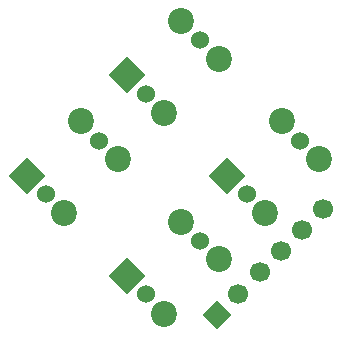
<source format=gbs>
%TF.GenerationSoftware,KiCad,Pcbnew,(6.0.9)*%
%TF.CreationDate,2023-04-13T12:37:54+10:00*%
%TF.ProjectId,Dpadleft,44706164-6c65-4667-942e-6b696361645f,rev?*%
%TF.SameCoordinates,PX6bc3e40PY700e860*%
%TF.FileFunction,Soldermask,Bot*%
%TF.FilePolarity,Negative*%
%FSLAX46Y46*%
G04 Gerber Fmt 4.6, Leading zero omitted, Abs format (unit mm)*
G04 Created by KiCad (PCBNEW (6.0.9)) date 2023-04-13 12:37:54*
%MOMM*%
%LPD*%
G01*
G04 APERTURE LIST*
G04 Aperture macros list*
%AMHorizOval*
0 Thick line with rounded ends*
0 $1 width*
0 $2 $3 position (X,Y) of the first rounded end (center of the circle)*
0 $4 $5 position (X,Y) of the second rounded end (center of the circle)*
0 Add line between two ends*
20,1,$1,$2,$3,$4,$5,0*
0 Add two circle primitives to create the rounded ends*
1,1,$1,$2,$3*
1,1,$1,$4,$5*%
%AMRotRect*
0 Rectangle, with rotation*
0 The origin of the aperture is its center*
0 $1 length*
0 $2 width*
0 $3 Rotation angle, in degrees counterclockwise*
0 Add horizontal line*
21,1,$1,$2,0,0,$3*%
G04 Aperture macros list end*
%ADD10RotRect,1.700000X1.700000X135.000000*%
%ADD11HorizOval,1.700000X0.000000X0.000000X0.000000X0.000000X0*%
%ADD12RotRect,2.200000X2.200000X45.000000*%
%ADD13C,2.200000*%
%ADD14C,1.524000*%
G04 APERTURE END LIST*
D10*
%TO.C,J3*%
X23259872Y-12490129D03*
D11*
X25055923Y-10694078D03*
X26851974Y-8898027D03*
X28648026Y-7101975D03*
X30444077Y-5305924D03*
X32240128Y-3509873D03*
%TD*%
D12*
%TO.C,U3*%
X7110913Y-707107D03*
D13*
X11707107Y3889087D03*
X10292893Y-3889087D03*
X14889087Y707107D03*
D14*
X8737258Y-2262742D03*
X13262742Y2262742D03*
%TD*%
D12*
%TO.C,U2*%
X15610913Y7792893D03*
D13*
X20207107Y12389087D03*
X18792893Y4610913D03*
X23389087Y9207107D03*
D14*
X17237258Y6237258D03*
X21762742Y10762742D03*
%TD*%
D12*
%TO.C,U5*%
X24110913Y-707107D03*
D13*
X28707107Y3889087D03*
X27292893Y-3889087D03*
X31889087Y707107D03*
D14*
X25737258Y-2262742D03*
X30262742Y2262742D03*
%TD*%
D12*
%TO.C,U4*%
X15610913Y-9207107D03*
D13*
X20207107Y-4610913D03*
X18792893Y-12389087D03*
X23389087Y-7792893D03*
D14*
X17237258Y-10762742D03*
X21762742Y-6237258D03*
%TD*%
M02*

</source>
